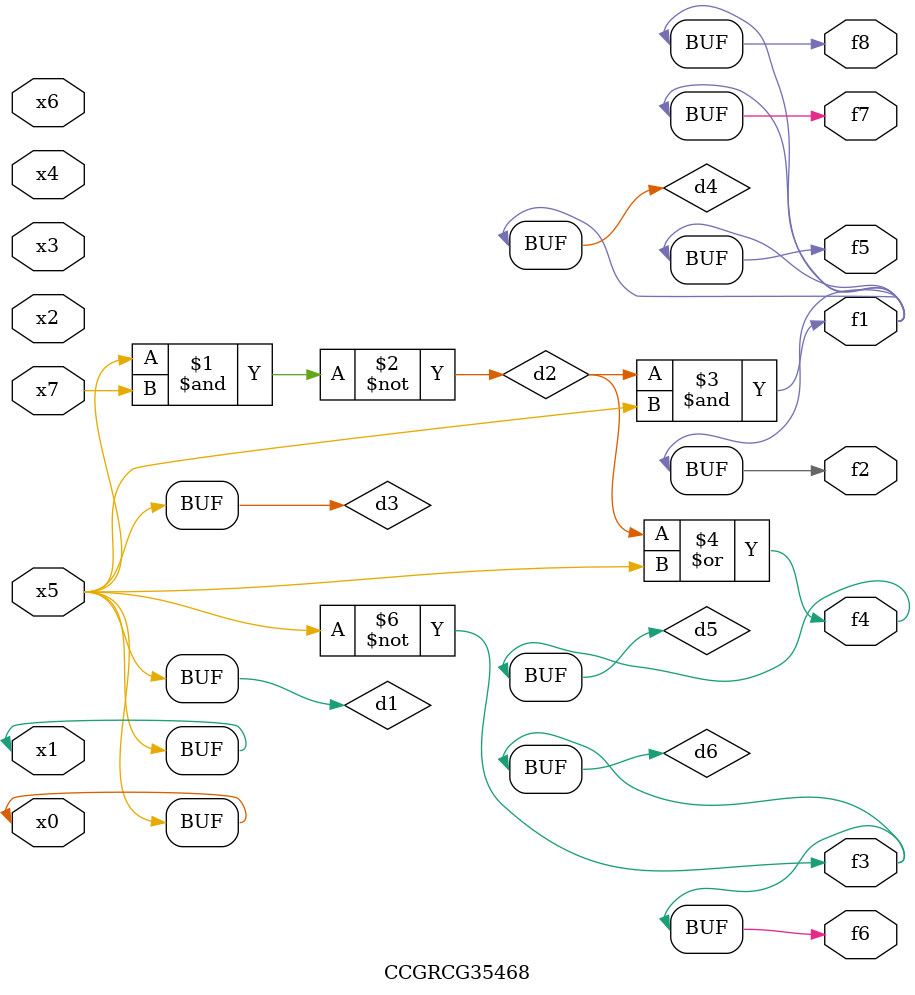
<source format=v>
module CCGRCG35468(
	input x0, x1, x2, x3, x4, x5, x6, x7,
	output f1, f2, f3, f4, f5, f6, f7, f8
);

	wire d1, d2, d3, d4, d5, d6;

	buf (d1, x0, x5);
	nand (d2, x5, x7);
	buf (d3, x0, x1);
	and (d4, d2, d3);
	or (d5, d2, d3);
	nor (d6, d1, d3);
	assign f1 = d4;
	assign f2 = d4;
	assign f3 = d6;
	assign f4 = d5;
	assign f5 = d4;
	assign f6 = d6;
	assign f7 = d4;
	assign f8 = d4;
endmodule

</source>
